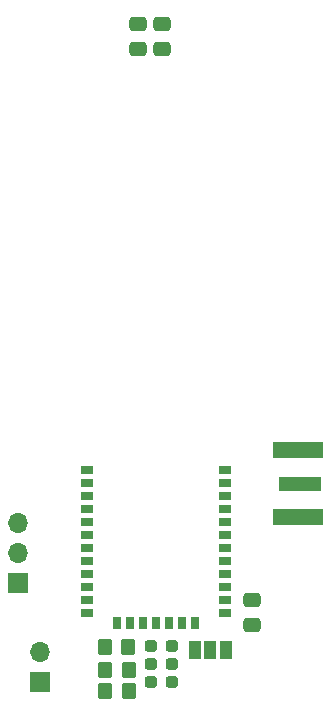
<source format=gts>
G04 #@! TF.GenerationSoftware,KiCad,Pcbnew,6.0.10*
G04 #@! TF.CreationDate,2023-06-20T13:54:13-05:00*
G04 #@! TF.ProjectId,sensor_sigfox_1,73656e73-6f72-45f7-9369-67666f785f31,rev?*
G04 #@! TF.SameCoordinates,Original*
G04 #@! TF.FileFunction,Soldermask,Top*
G04 #@! TF.FilePolarity,Negative*
%FSLAX46Y46*%
G04 Gerber Fmt 4.6, Leading zero omitted, Abs format (unit mm)*
G04 Created by KiCad (PCBNEW 6.0.10) date 2023-06-20 13:54:13*
%MOMM*%
%LPD*%
G01*
G04 APERTURE LIST*
G04 Aperture macros list*
%AMRoundRect*
0 Rectangle with rounded corners*
0 $1 Rounding radius*
0 $2 $3 $4 $5 $6 $7 $8 $9 X,Y pos of 4 corners*
0 Add a 4 corners polygon primitive as box body*
4,1,4,$2,$3,$4,$5,$6,$7,$8,$9,$2,$3,0*
0 Add four circle primitives for the rounded corners*
1,1,$1+$1,$2,$3*
1,1,$1+$1,$4,$5*
1,1,$1+$1,$6,$7*
1,1,$1+$1,$8,$9*
0 Add four rect primitives between the rounded corners*
20,1,$1+$1,$2,$3,$4,$5,0*
20,1,$1+$1,$4,$5,$6,$7,0*
20,1,$1+$1,$6,$7,$8,$9,0*
20,1,$1+$1,$8,$9,$2,$3,0*%
G04 Aperture macros list end*
%ADD10RoundRect,0.250000X-0.350000X-0.450000X0.350000X-0.450000X0.350000X0.450000X-0.350000X0.450000X0*%
%ADD11R,1.700000X1.700000*%
%ADD12O,1.700000X1.700000*%
%ADD13R,1.000000X1.500000*%
%ADD14RoundRect,0.250000X0.475000X-0.337500X0.475000X0.337500X-0.475000X0.337500X-0.475000X-0.337500X0*%
%ADD15R,1.000000X0.700000*%
%ADD16R,0.700000X1.000000*%
%ADD17RoundRect,0.237500X0.287500X0.237500X-0.287500X0.237500X-0.287500X-0.237500X0.287500X-0.237500X0*%
%ADD18R,3.600000X1.270000*%
%ADD19R,4.200000X1.350000*%
G04 APERTURE END LIST*
D10*
X122936000Y-92710000D03*
X124936000Y-92710000D03*
D11*
X115570000Y-85344000D03*
D12*
X115570000Y-82804000D03*
X115570000Y-80264000D03*
D11*
X117475000Y-93726000D03*
D12*
X117475000Y-91186000D03*
D13*
X133156000Y-91059000D03*
X131856000Y-91059000D03*
X130556000Y-91059000D03*
D14*
X125730000Y-40132000D03*
X125730000Y-38057000D03*
X127762000Y-40132000D03*
X127762000Y-38057000D03*
D15*
X121394000Y-75825000D03*
X121394000Y-76925000D03*
X121394000Y-78025000D03*
X121394000Y-79125000D03*
X121394000Y-80225000D03*
X121394000Y-81325000D03*
X121394000Y-82425000D03*
X121394000Y-83525000D03*
X121394000Y-84625000D03*
X121394000Y-85725000D03*
X121394000Y-86825000D03*
X121394000Y-87925000D03*
D16*
X123954000Y-88735000D03*
X125054000Y-88735000D03*
X126154000Y-88735000D03*
X127254000Y-88735000D03*
X128354000Y-88735000D03*
X129454000Y-88735000D03*
X130554000Y-88735000D03*
D15*
X133114000Y-87925000D03*
X133114000Y-86825000D03*
X133114000Y-85725000D03*
X133114000Y-84625000D03*
X133114000Y-83525000D03*
X133114000Y-82425000D03*
X133114000Y-81325000D03*
X133114000Y-80225000D03*
X133114000Y-79125000D03*
X133114000Y-78025000D03*
X133114000Y-76925000D03*
X133114000Y-75825000D03*
D14*
X135382000Y-88921500D03*
X135382000Y-86846500D03*
D17*
X128591000Y-93726000D03*
X126841000Y-93726000D03*
D10*
X122920000Y-90805000D03*
X124920000Y-90805000D03*
D18*
X139446000Y-76962000D03*
D19*
X139246000Y-74137000D03*
X139246000Y-79787000D03*
D17*
X128577000Y-90678000D03*
X126827000Y-90678000D03*
D10*
X122936000Y-94488000D03*
X124936000Y-94488000D03*
D17*
X128591000Y-92202000D03*
X126841000Y-92202000D03*
M02*

</source>
